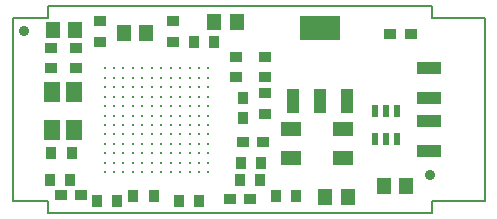
<source format=gbr>
%FSLAX25Y25*%
%MOIN*%
G04 EasyPC Gerber Version 18.0.8 Build 3632 *
%ADD94R,0.01962X0.04324*%
%ADD88R,0.03537X0.03931*%
%ADD83R,0.03734X0.03852*%
%ADD80R,0.03931X0.03537*%
%ADD86R,0.04400X0.08400*%
%ADD81R,0.04718X0.05506*%
%ADD91R,0.05506X0.07080*%
%ADD90R,0.08261X0.04324*%
%ADD87R,0.13773X0.08261*%
%ADD10C,0.00500*%
%ADD89R,0.03931X0.03537*%
%ADD82R,0.03852X0.03734*%
%ADD84R,0.03537X0.03931*%
%ADD85C,0.00978*%
%ADD93C,0.03537*%
%ADD92R,0.06687X0.05112*%
X0Y0D02*
D02*
D10*
X166667Y14305D02*
X38814D01*
Y18242*
X27003*
Y79462*
X38814*
Y83399*
X166667*
Y79462*
X184423*
Y18242*
X166667*
Y14305*
D02*
D80*
X43021Y20395D03*
X49714D03*
X99383Y19029D03*
X103911Y37927D03*
X106076Y19029D03*
X110604Y37927D03*
X152952Y74007D03*
X159645D03*
D02*
D81*
X40354Y75385D03*
X47834D03*
X64147Y74147D03*
X71628D03*
X94291Y77887D03*
X101771D03*
X131299Y19480D03*
X138779D03*
X150787Y23417D03*
X158267D03*
D02*
D82*
X56273Y71293D03*
Y78183D03*
X80486Y71293D03*
Y78183D03*
X101352Y59482D03*
Y66372D03*
X111194Y47474D03*
Y54364D03*
D02*
D83*
X39836Y34383D03*
X46726D03*
X54994Y18439D03*
X61883D03*
X82356D03*
X89246D03*
X114639Y20013D03*
X121529D03*
D02*
D84*
X103911Y45998D03*
Y52691D03*
D02*
D85*
X57651Y27887D03*
Y31037D03*
Y34187D03*
Y37336D03*
Y40486D03*
Y43635D03*
Y46785D03*
Y49935D03*
Y53084D03*
Y56234D03*
Y59383D03*
Y62533D03*
X60801Y27887D03*
Y31037D03*
Y34187D03*
Y37336D03*
Y40486D03*
Y43635D03*
Y46785D03*
Y49935D03*
Y53084D03*
Y56234D03*
Y59383D03*
Y62533D03*
X63950Y27887D03*
Y31037D03*
Y34187D03*
Y37336D03*
Y40486D03*
Y43635D03*
Y46785D03*
Y49935D03*
Y53084D03*
Y56234D03*
Y59383D03*
Y62533D03*
X67100Y27887D03*
Y31037D03*
Y34187D03*
Y37336D03*
Y40486D03*
Y43635D03*
Y46785D03*
Y49935D03*
Y53084D03*
Y56234D03*
Y59383D03*
Y62533D03*
X70250Y27887D03*
Y31037D03*
Y34187D03*
Y37336D03*
Y40486D03*
Y43635D03*
Y46785D03*
Y49935D03*
Y53084D03*
Y56234D03*
Y59383D03*
Y62533D03*
X73399Y27887D03*
Y31037D03*
Y34187D03*
Y37336D03*
Y40486D03*
Y43635D03*
Y46785D03*
Y49935D03*
Y53084D03*
Y56234D03*
Y59383D03*
Y62533D03*
X76549Y27887D03*
Y31037D03*
Y34187D03*
Y37336D03*
Y40486D03*
Y43635D03*
Y46785D03*
Y49935D03*
Y53084D03*
Y56234D03*
Y59383D03*
Y62533D03*
X79698Y27887D03*
Y31037D03*
Y34187D03*
Y37336D03*
Y40486D03*
Y43635D03*
Y46785D03*
Y49935D03*
Y53084D03*
Y56234D03*
Y59383D03*
Y62533D03*
X82848Y27887D03*
Y31037D03*
Y34187D03*
Y37336D03*
Y40486D03*
Y43635D03*
Y46785D03*
Y49935D03*
Y53084D03*
Y56234D03*
Y59383D03*
Y62533D03*
X85998Y27887D03*
Y31037D03*
Y34187D03*
Y37336D03*
Y40486D03*
Y43635D03*
Y46785D03*
Y49935D03*
Y53084D03*
Y56234D03*
Y59383D03*
Y62533D03*
X89147Y27887D03*
Y31037D03*
Y34187D03*
Y37336D03*
Y40486D03*
Y43635D03*
Y46785D03*
Y49935D03*
Y53084D03*
Y56234D03*
Y59383D03*
Y62533D03*
X92297Y27887D03*
Y31037D03*
Y34187D03*
Y37336D03*
Y40486D03*
Y43635D03*
Y46785D03*
Y49935D03*
Y53084D03*
Y56234D03*
Y59383D03*
Y62533D03*
D02*
D86*
X120402Y51711D03*
X129502D03*
X138602D03*
D02*
D87*
X129502Y76112D03*
D02*
D88*
X39344Y25328D03*
X46037D03*
X67297Y20013D03*
X73990D03*
X87572Y71391D03*
X94265D03*
X102730Y25328D03*
X103124Y31037D03*
X109423Y25328D03*
X109817Y31037D03*
D02*
D89*
X39935Y62730D03*
Y69423D03*
X48006Y62730D03*
Y69423D03*
X111194Y59777D03*
Y66470D03*
D02*
D90*
X165919Y35072D03*
Y44915D03*
Y52789D03*
Y62631D03*
D02*
D91*
X40106Y42077D03*
Y54705D03*
X47383Y42077D03*
Y54705D03*
D02*
D92*
X119856Y32809D03*
Y42257D03*
X137179Y32809D03*
Y42257D03*
D02*
D93*
X30683Y74992D03*
X166023Y26960D03*
D02*
D94*
X147809Y39108D03*
Y48163D03*
X151549Y39108D03*
Y48163D03*
X155289Y39108D03*
Y48163D03*
X0Y0D02*
M02*

</source>
